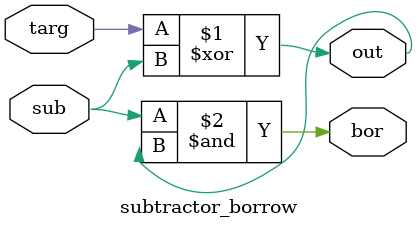
<source format=v>
module subtractor_borrow(input targ,input sub,output out,output bor);
xor(out,targ,sub);
and (bor,sub,out);
endmodule

</source>
